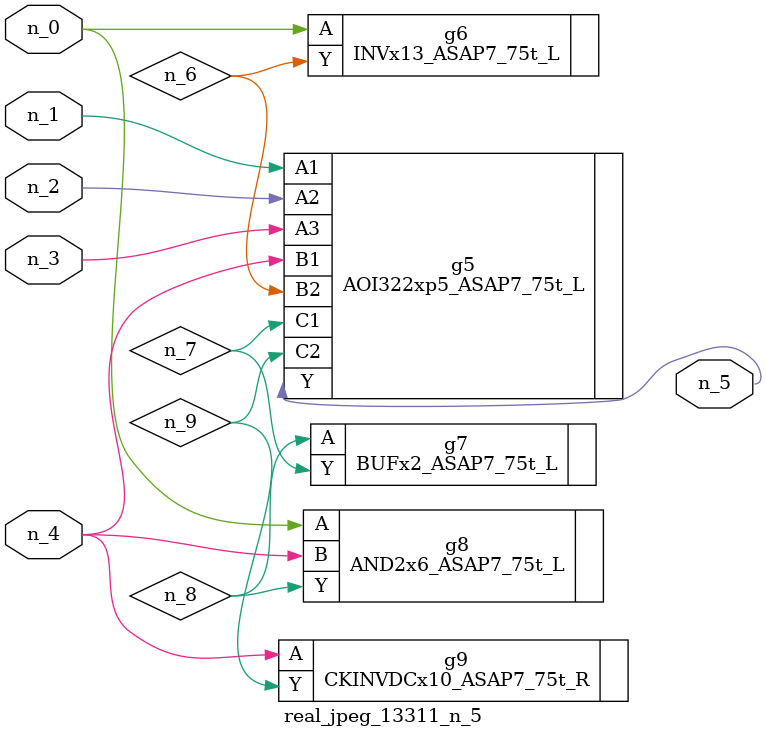
<source format=v>
module real_jpeg_13311_n_5 (n_4, n_0, n_1, n_2, n_3, n_5);

input n_4;
input n_0;
input n_1;
input n_2;
input n_3;

output n_5;

wire n_8;
wire n_6;
wire n_7;
wire n_9;

INVx13_ASAP7_75t_L g6 ( 
.A(n_0),
.Y(n_6)
);

AND2x6_ASAP7_75t_L g8 ( 
.A(n_0),
.B(n_4),
.Y(n_8)
);

AOI322xp5_ASAP7_75t_L g5 ( 
.A1(n_1),
.A2(n_2),
.A3(n_3),
.B1(n_4),
.B2(n_6),
.C1(n_7),
.C2(n_9),
.Y(n_5)
);

CKINVDCx10_ASAP7_75t_R g9 ( 
.A(n_4),
.Y(n_9)
);

BUFx2_ASAP7_75t_L g7 ( 
.A(n_8),
.Y(n_7)
);


endmodule
</source>
